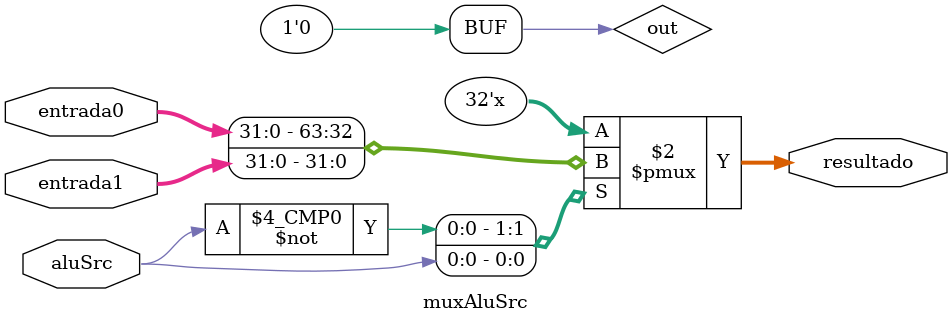
<source format=v>
module muxAluSrc(

		input aluSrc,
		input [31:0] entrada0,
		input [31:0] entrada1,
		output reg [31:0] resultado
	);
	
	always @(*)
		begin
			out= 32'h00000000;
			case(aluSrc)
				1'b0: resultado <= entrada0;
				1'b1: resultado <= entrada1;
			endcase
		end 
endmodule
</source>
